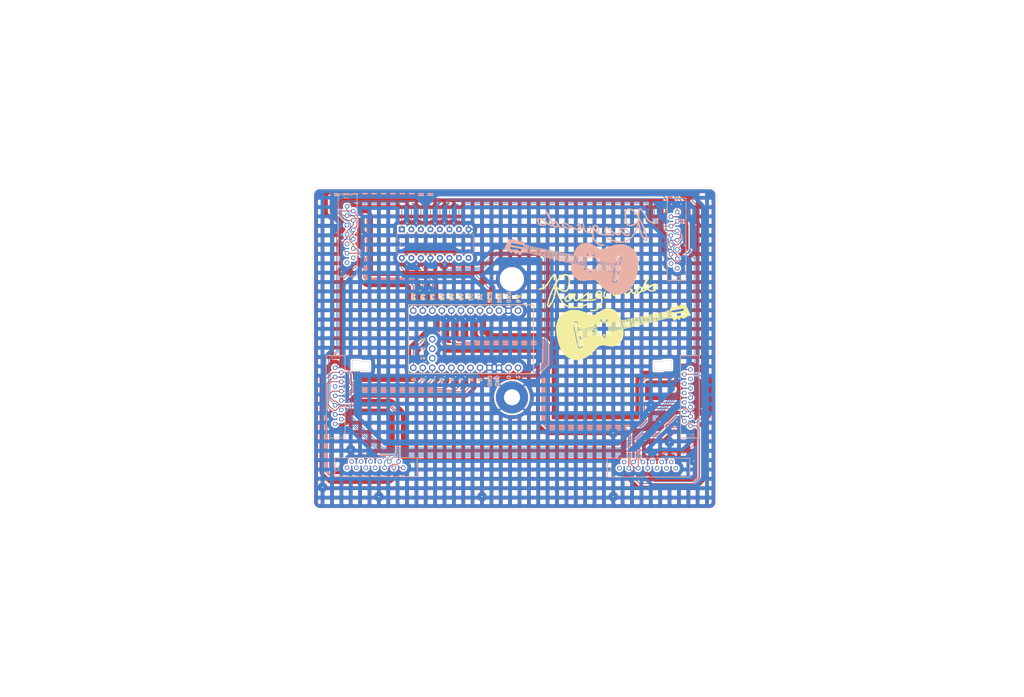
<source format=kicad_pcb>
(kicad_pcb (version 20241229) (generator "pcbnew") (generator_version "9.0")
  (layers (0 "F.Cu" signal) (2 "B.Cu" signal) (13 "F.Paste" user) (15 "B.Paste" user) (5 "F.SilkS" user "F.Silkscreen") (7 "B.SilkS" user "B.Silkscreen") (1 "F.Mask" user) (3 "B.Mask" user) (25 "Edge.Cuts" user))
  (net 0 "")
  (net 1 "/COL_0")
  (net 2 "/ROW_13")
  (net 3 "/ROW_14")
  (net 4 "/COL_2")
  (net 5 "/COL_1")
  (net 6 "/ROW_12")
  (net 7 "/ROW_5")
  (net 8 "/ROW_3")
  (net 9 "/COL_3")
  (net 10 "/COL_4")
  (net 11 "/ROW_4")
  (net 12 "/ROW_1")
  (net 13 "/ROW_0")
  (net 14 "/ROW_2")
  (net 16 "/COL_6")
  (net 17 "/COL_5")
  (net 18 "/ROW_6")
  (net 19 "/ROW_9")
  (net 20 "/ROW_8")
  (net 21 "/ROW_11")
  (net 22 "/ROW_10")
  (net 23 "/ROW_7")
  (net 29 "GND")
  (net 31 "/MOSI")
  (net 33 "/3V3")
  (net 34 "/LATCH")
  (net 38 "/SCLK")
  (footprint "MountingHole:MountingHole_4.3mm_M4_Pad" (layer "F.Cu") (at 148.5011 118.0036)
    (property "Reference" "H1" (hide yes))
    (property "Value" "Mounting Pad")
  )
  (footprint "Rasgueado_Lib:Logo_Larger" (layer "F.Cu") (at 176 96.5)
    (property "Reference" "G***" (hide yes))
    (property "Value" "LOGO" (hide yes))
  )
  (footprint "MountingHole:MountingHole_6mm" (layer "F.Cu") (at 148.463 86.487)
    (property "Reference" "H2" (hide yes))
    (property "Value" "Mounting Hole")
  )
  (footprint "Rasgueado_Lib:39-53-2135" (layer "B.Cu") (at 112.014 136.779)
    (property "Reference" "J3" (hide yes))
    (property "Value" "Bottom_Left")
  )
  (footprint "Rasgueado_Lib:39-53-2135" (layer "B.Cu") (at 196.088 118.11 90)
    (property "Reference" "J5" (hide yes))
    (property "Value" "Main_Right")
  )
  (footprint "Rasgueado_Lib:39-53-2135" (layer "B.Cu") (at 101.346 117.602 -90)
    (property "Reference" "J2" (hide yes))
    (property "Value" "Main_Left")
  )
  (footprint "Rasgueado_Lib:39-53-2135" (layer "B.Cu") (at 192.532 76.073 90)
    (property "Reference" "J4" (hide yes))
    (property "Value" "Top_Right")
  )
  (footprint "Rasgueado_Lib:Logo_Larger" (layer "B.Cu") (at 166.5 79 180)
    (property "Reference" "G***" (hide yes))
    (property "Value" "LOGO" (hide yes))
  )
  (footprint "Package_DIP:DIP-16_W7.62mm" (layer "B.Cu") (at 119.125 73.2 -90)
    (property "Reference" "U2" (hide yes))
    (property "Value" "Shift Register")
  )
  (footprint "Rasgueado_Lib:39-53-2135" (layer "B.Cu") (at 184.658 136.906)
    (property "Reference" "J6" (hide yes))
    (property "Value" "Bottom_Right")
  )
  (footprint "ScottoKeebs_MCU:Nice_Nano_V2" (layer "B.Cu") (at 136.43 102.5 90)
    (property "Reference" "U1" (hide yes))
    (property "Value" "Nice_Nano_V2" (hide yes))
  )
  (footprint "Rasgueado_Lib:39-53-2135" (layer "B.Cu") (at 104.521 74.549 -90)
    (property "Reference" "J1" (hide yes))
    (property "Value" "Top_Left")
  )
  (gr_arc (start 95.25 64.0036) (mid 95.835786 62.589386) (end 97.25 62.0036) (stroke (width 0.05)) (layer "Edge.Cuts"))
  (gr_line (start 108.331 110.871) (end 108.077 110.617) (stroke (width 0.1)) (layer "Edge.Cuts"))
  (gr_line (start 191.008 110.617) (end 188.849 110.617) (stroke (width 0.1)) (layer "Edge.Cuts"))
  (gr_line (start 110.49 110.871) (end 110.49 108.458) (stroke (width 0.1)) (layer "Edge.Cuts"))
  (gr_line (start 108.077 108.204) (end 105.918 108.204) (stroke (width 0.1)) (layer "Edge.Cuts"))
  (gr_line (start 95.25 64.0036) (end 95.25 146.0036) (stroke (width 0.05)) (layer "Edge.Cuts"))
  (gr_line (start 97.25 148.0036) (end 201.2 148.0036) (stroke (width 0.05)) (layer "Edge.Cuts"))
  (gr_line (start 110.49 110.871) (end 108.331 110.871) (stroke (width 0.1)) (layer "Edge.Cuts"))
  (gr_line (start 203.2 64.0036) (end 203.2 146.0036) (stroke (width 0.05)) (layer "Edge.Cuts"))
  (gr_line (start 191.008 108.204) (end 188.849 108.204) (stroke (width 0.1)) (layer "Edge.Cuts"))
  (gr_line (start 188.595 110.871) (end 186.436 110.871) (stroke (width 0.1)) (layer "Edge.Cuts"))
  (gr_arc (start 201.2 62.0036) (mid 202.614214 62.589386) (end 203.2 64.0036) (stroke (width 0.05)) (layer "Edge.Cuts"))
  (gr_line (start 97.25 62.0036) (end 201.2 62.0036) (stroke (width 0.05)) (layer "Edge.Cuts"))
  (gr_line (start 108.077 110.617) (end 105.918 110.617) (stroke (width 0.1)) (layer "Edge.Cuts"))
  (gr_arc (start 97.25 148.0036) (mid 95.835786 147.417814) (end 95.25 146.0036) (stroke (width 0.05)) (layer "Edge.Cuts"))
  (gr_line (start 105.918 110.617) (end 105.918 108.204) (stroke (width 0.1)) (layer "Edge.Cuts"))
  (gr_line (start 110.49 108.458) (end 108.331 108.458) (stroke (width 0.1)) (layer "Edge.Cuts"))
  (gr_line (start 108.331 108.458) (end 108.077 108.204) (stroke (width 0.1)) (layer "Edge.Cuts"))
  (gr_line (start 188.849 110.617) (end 188.595 110.871) (stroke (width 0.1)) (layer "Edge.Cuts"))
  (gr_arc (start 203.2 146.0036) (mid 202.614214 147.417814) (end 201.2 148.0036) (stroke (width 0.05)) (layer "Edge.Cuts"))
  (gr_line (start 191.008 110.617) (end 191.008 108.204) (stroke (width 0.1)) (layer "Edge.Cuts"))
  (gr_line (start 188.849 108.204) (end 188.595 108.458) (stroke (width 0.1)) (layer "Edge.Cuts"))
  (gr_line (start 186.436 110.871) (end 186.436 108.458) (stroke (width 0.1)) (layer "Edge.Cuts"))
  (gr_line (start 188.595 108.458) (end 186.436 108.458) (stroke (width 0.1)) (layer "Edge.Cuts"))
  (segment (start 101.346 110.102) (end 104.102 110.102) (width 0.2) (layer "B.Cu") (net 1))
  (segment (start 104.951 67.049) (end 105.6 66.4) (width 0.2) (layer "B.Cu") (net 1))
  (segment (start 104.102 110.102) (end 105.669472 111.669472) (width 0.2) (layer "B.Cu") (net 1))
  (segment (start 193.14 114.36) (end 194.438 114.36) (width 0.2) (layer "B.Cu") (net 1))
  (segment (start 119.125 67.125) (end 119.125 73.2) (width 0.2) (layer "B.Cu") (net 1))
  (segment (start 102.546 108.902) (end 101.346 110.102) (width 0.2) (layer "B.Cu") (net 1))
  (segment (start 105.6 66.4) (end 118.4 66.4) (width 0.2) (layer "B.Cu") (net 1))
  (segment (start 118.4 66.4) (end 119.125 67.125) (width 0.2) (layer "B.Cu") (net 1))
  (segment (start 107 69.5) (end 107.5 70) (width 0.2) (layer "B.Cu") (net 1))
  (segment (start 105.669472 123.0381) (end 114.131372 131.5) (width 0.2) (layer "B.Cu") (net 1))
  (segment (start 105.744793 69.5) (end 107 69.5) (width 0.2) (layer "B.Cu") (net 1))
  (segment (start 104.521 67.049) (end 104.951 67.049) (width 0.2) (layer "B.Cu") (net 1))
  (segment (start 102.546 87.454) (end 102.546 108.902) (width 0.2) (layer "B.Cu") (net 1))
  (segment (start 177.302942 131.5) (end 192.5 116.302942) (width 0.2) (layer "B.Cu") (net 1))
  (segment (start 105.669472 111.669472) (end 105.669472 123.0381) (width 0.2) (layer "B.Cu") (net 1))
  (segment (start 104.521 67.049) (end 104.521 68.276207) (width 0.2) (layer "B.Cu") (net 1))
  (segment (start 107.5 70) (end 107.5 82.5) (width 0.2) (layer "B.Cu") (net 1))
  (segment (start 192.5 115) (end 193.14 114.36) (width 0.2) (layer "B.Cu") (net 1))
  (segment (start 194.438 114.364942) (end 194.438 114.36) (width 0.2) (layer "B.Cu") (net 1))
  (segment (start 104.521 68.276207) (end 105.744793 69.5) (width 0.2) (layer "B.Cu") (net 1))
  (segment (start 107.5 82.5) (end 102.546 87.454) (width 0.2) (layer "B.Cu") (net 1))
  (segment (start 192.5 116.302942) (end 192.5 115) (width 0.2) (layer "B.Cu") (net 1))
  (segment (start 114.131372 131.5) (end 177.302942 131.5) (width 0.2) (layer "B.Cu") (net 1))
  (segment (start 192.532 65.032) (end 192.532 68.573) (width 0.2) (layer "F.Cu") (net 2))
  (segment (start 191.4 63.9) (end 192.532 65.032) (width 0.2) (layer "F.Cu") (net 2))
  (segment (start 108 79.434315) (end 109.4 80.834314) (width 0.2) (layer "F.Cu") (net 2))
  (segment (start 103.549 69.549) (end 102.699 68.699) (width 0.2) (layer "F.Cu") (net 2))
  (segment (start 102.699 68.699) (end 100.764686 68.699) (width 0.2) (layer "F.Cu") (net 2))
  (segment (start 105.271 76.271) (end 106.171 77.171) (width 0.2) (layer "F.Cu") (net 2))
  (segment (start 123.6 86.6) (end 124.72 87.72) (width 0.2) (layer "F.Cu") (net 2))
  (segment (start 109.4 85.834314) (end 110.165686 86.6) (width 0.2) (layer "F.Cu") (net 2))
  (segment (start 106.171 77.171) (end 106.171 78.299) (width 0.2) (layer "F.Cu") (net 2))
  (segment (start 190.882 77.323) (end 190.882 78.550207) (width 0.2) (layer "F.Cu") (net 2))
  (segment (start 190.882 78.550207) (end 192.532 80.200207) (width 0.2) (layer "F.Cu") (net 2))
  (segment (start 100.764686 68.699) (end 100.4 68.334314) (width 0.2) (layer "F.Cu") (net 2))
  (segment (start 107.714686 79.149) (end 108 79.434315) (width 0.2) (layer "F.Cu") (net 2))
  (segment (start 192.532 80.200207) (end 192.532 81.073) (width 0.2) (layer "F.Cu") (net 2))
  (segment (start 107.714685 79.149) (end 107.714686 79.149) (width 0.2) (layer "F.Cu") (net 2))
  (segment (start 104.521 69.549) (end 106.193793 69.549) (width 0.2) (layer "F.Cu") (net 2))
  (segment (start 192.532 68.573) (end 193.9 69.941) (width 0.2) (layer "F.Cu") (net 2))
  (segment (start 100.4 68.334314) (end 100.4 64.665686) (width 0.2) (layer "F.Cu") (net 2))
  (segment (start 106.171 74.171793) (end 105.271 75.071793) (width 0.2) (layer "F.Cu") (net 2))
  (segment (start 124.72 87.72) (end 124.72 94.88) (width 0.2) (layer "F.Cu") (net 2))
  (segment (start 109.4 80.834314) (end 109.4 85.834314) (width 0.2) (layer "F.Cu") (net 2))
  (segment (start 106.864685 78.299) (end 107.714685 79.149) (width 0.2) (layer "F.Cu") (net 2))
  (segment (start 106.171 78.299) (end 106.864685 78.299) (width 0.2) (layer "F.Cu") (net 2))
  (segment (start 101.165686 63.9) (end 191.4 63.9) (width 0.2) (layer "F.Cu") (net 2))
  (segment (start 193.9 76.1) (end 192.677 77.323) (width 0.2) (layer "F.Cu") (net 2))
  (segment (start 193.9 69.941) (end 193.9 76.1) (width 0.2) (layer "F.Cu") (net 2))
  (segment (start 100.4 64.665686) (end 101.165686 63.9) (width 0.2) (layer "F.Cu") (net 2))
  (segment (start 107.071 72.399) (end 106.171 73.299) (width 0.2) (layer "F.Cu") (net 2))
  (segment (start 107.071 70.426207) (end 107.071 72.399) (width 0.2) (layer "F.Cu") (net 2))
  (segment (start 192.677 77.323) (end 190.882 77.323) (width 0.2) (layer "F.Cu") (net 2))
  (segment (start 106.193793 69.549) (end 107.071 70.426207) (width 0.2) (layer "F.Cu") (net 2))
  (segment (start 106.193793 69.549) (end 103.549 69.549) (width 0.2) (layer "F.Cu") (net 2))
  (segment (start 105.271 75.071793) (end 105.271 76.271) (width 0.2) (layer "F.Cu") (net 2))
  (segment (start 110.165686 86.6) (end 123.6 86.6) (width 0.2) (layer "F.Cu") (net 2))
  (segment (start 106.171 73.299) (end 106.171 74.171793) (width 0.2) (layer "F.Cu") (net 2))
  (segment (start 107.549 79.549) (end 109 81) (width 0.2) (layer "F.Cu") (net 3))
  (segment (start 103.5 76.5) (end 103.5 78.528) (width 0.2) (layer "F.Cu") (net 3))
  (segment (start 104.521 73.676207) (end 104.521 74.549) (width 0.2) (layer "F.Cu") (net 3))
  (segment (start 191.565686 63.5) (end 196 67.934314) (width 0.2) (layer "F.Cu") (net 3))
  (segment (start 100 64.5) (end 101 63.5) (width 0.2) (layer "F.Cu") (net 3))
  (segment (start 104.521 79.549) (end 107.549 79.549) (width 0.2) (layer "F.Cu") (net 3))
  (segment (start 101 63.5) (end 191.565686 63.5) (width 0.2) (layer "F.Cu") (net 3))
  (segment (start 189.982 76.950207) (end 189.982 78.923) (width 0.2) (layer "F.Cu") (net 3))
  (segment (start 100.599 69.099) (end 100 68.5) (width 0.2) (layer "F.Cu") (net 3))
  (segment (start 109 86) (end 110 87) (width 0.2) (layer "F.Cu") (net 3))
  (segment (start 106.171 72.026207) (end 104.521 73.676207) (width 0.2) (layer "F.Cu") (net 3))
  (segment (start 109 81) (end 109 86) (width 0.2) (layer "F.Cu") (net 3))
  (segment (start 190.859207 76.073) (end 189.982 76.950207) (width 0.2) (layer "F.Cu") (net 3))
  (segment (start 192.159207 81.973) (end 190.882 80.695793) (width 0.2) (layer "F.Cu") (net 3))
  (segment (start 106.171 70.799) (end 104.233314 70.799) (width 0.2) (layer "F.Cu") (net 3))
  (segment (start 106.171 70.799) (end 106.171 72.026207) (width 0.2) (layer "F.Cu") (net 3))
  (segment (start 192.904793 81.973) (end 192.159207 81.973) (width 0.2) (layer "F.Cu") (net 3))
  (segment (start 196 67.934314) (end 196 78.877793) (width 0.2) (layer "F.Cu") (net 3))
  (segment (start 110 87) (end 121 87) (width 0.2) (layer "F.Cu") (net 3))
  (segment (start 196 78.877793) (end 192.904793 81.973) (width 0.2) (layer "F.Cu") (net 3))
  (segment (start 193.5 75.105) (end 192.532 76.073) (width 0.2) (layer "F.Cu") (net 3))
  (segment (start 122.18 88.18) (end 122.18 94.88) (width 0.2) (layer "F.Cu") (net 3))
  (segment (start 190.882 80.695793) (end 190.882 79.823) (width 0.2) (layer "F.Cu") (net 3))
  (segment (start 193.5 70.768207) (end 193.5 75.105) (width 0.2) (layer "F.Cu") (net 3))
  (segment (start 103.5 78.528) (end 104.521 79.549) (width 0.2) (layer "F.Cu") (net 3))
  (segment (start 102.533314 69.099) (end 100.599 69.099) (width 0.2) (layer "F.Cu") (net 3))
  (segment (start 192.554793 69.823) (end 193.5 70.768207) (width 0.2) (layer "F.Cu") (net 3))
  (segment (start 104.521 75.479) (end 103.5 76.5) (width 0.2) (layer "F.Cu") (net 3))
  (segment (start 190.882 69.823) (end 192.554793 69.823) (width 0.2) (layer "F.Cu") (net 3))
  (segment (start 100 68.5) (end 100 64.5) (width 0.2) (layer "F.Cu") (net 3))
  (segment (start 104.233314 70.799) (end 102.533314 69.099) (width 0.2) (layer "F.Cu") (net 3))
  (segment (start 192.532 76.073) (end 190.859207 76.073) (width 0.2) (layer "F.Cu") (net 3))
  (segment (start 189.982 78.923) (end 190.882 79.823) (width 0.2) (layer "F.Cu") (net 3))
  (segment (start 121 87) (end 122.18 88.18) (width 0.2) (layer "F.Cu") (net 3))
  (segment (start 104.521 74.549) (end 104.521 75.479) (width 0.2) (layer "F.Cu") (net 3))
  (segment (start 101.346 122.602) (end 104.102 122.602) (width 0.2) (layer "B.Cu") (net 4))
  (segment (start 104.102 122.602) (end 113.8 132.3) (width 0.2) (layer "B.Cu") (net 4))
  (segment (start 101.746 74.824) (end 101.746 105.688314) (width 0.2) (layer "B.Cu") (net 4))
  (segment (start 103.334314 65.6) (end 122.6 65.6) (width 0.2) (layer "B.Cu") (net 4))
  (segment (start 104.483314 72.049) (end 102.6 70.165686) (width 0.2) (layer "B.Cu") (net 4))
  (segment (start 113.8 132.3) (end 177.634314 132.3) (width 0.2) (layer "B.Cu") (net 4))
  (segment (start 177.634314 132.3) (end 193.074314 116.86) (width 0.2) (layer "B.Cu") (net 4))
  (segment (start 193.074314 116.86) (end 194.438 116.86) (width 0.2) (layer "B.Cu") (net 4))
  (segment (start 99.6 107.834314) (end 99.6 120.856) (width 0.2) (layer "B.Cu") (net 4))
  (segment (start 124.205 67.205) (end 124.205 73.2) (width 0.2) (layer "B.Cu") (net 4))
  (segment (start 104.521 72.049) (end 104.483314 72.049) (width 0.2) (layer "B.Cu") (net 4))
  (segment (start 102.6 70.165686) (end 102.6 66.334314) (width 0.2) (layer "B.Cu") (net 4))
  (segment (start 104.521 72.049) (end 101.746 74.824) (width 0.2) (layer "B.Cu") (net 4))
  (segment (start 102.6 66.334314) (end 103.334314 65.6) (width 0.2) (layer "B.Cu") (net 4))
  (segment (start 99.6 120.856) (end 101.346 122.602) (width 0.2) (layer "B.Cu") (net 4))
  (segment (start 101.746 105.688314) (end 99.6 107.834314) (width 0.2) (layer "B.Cu") (net 4))
  (segment (start 122.6 65.6) (end 124.205 67.205) (width 0.2) (layer "B.Cu") (net 4))
  (segment (start 103.5 70.5) (end 103 70) (width 0.2) (layer "B.Cu") (net 5))
  (segment (start 102.701 75.799) (end 102.146 76.354) (width 0.2) (layer "B.Cu") (net 5))
  (segment (start 104.244793 70.5) (end 103.5 70.5) (width 0.2) (layer "B.Cu") (net 5))
  (segment (start 102.146 105.854) (end 100 108) (width 0.2) (layer "B.Cu") (net 5))
  (segment (start 103.5 66) (end 120.5 66) (width 0.2) (layer "B.Cu") (net 5))
  (segment (start 105.5 72.5) (end 105.5 71.755207) (width 0.2) (layer "B.Cu") (net 5))
  (segment (start 104.602 120.102) (end 105.269472 120.769472) (width 0.2) (layer "B.Cu") (net 5))
  (segment (start 113.965686 131.9) (end 177.468628 131.9) (width 0.2) (layer "B.Cu") (net 5))
  (segment (start 106.171 75.799) (end 106.171 74.571793) (width 0.2) (layer "B.Cu") (net 5))
  (segment (start 105.269472 120.769472) (end 105.269472 123.203786) (width 0.2) (layer "B.Cu") (net 5))
  (segment (start 100 108) (end 100 118.756) (width 0.2) (layer "B.Cu") (net 5))
  (segment (start 102.146 76.354) (end 102.146 105.854) (width 0.2) (layer "B.Cu") (net 5))
  (segment (start 100 118.756) (end 101.346 120.102) (width 0.2) (layer "B.Cu") (net 5))
  (segment (start 120.5 66) (end 121.665 67.165) (width 0.2) (layer "B.Cu") (net 5))
  (segment (start 105.269472 123.203786) (end 113.965686 131.9) (width 0.2) (layer "B.Cu") (net 5))
  (segment (start 105.5 71.755207) (end 104.244793 70.5) (width 0.2) (layer "B.Cu") (net 5))
  (segment (start 106.171 75.799) (end 102.701 75.799) (width 0.2) (layer "B.Cu") (net 5))
  (segment (start 105.271 73.671793) (end 105.271 72.729) (width 0.2) (layer "B.Cu") (net 5))
  (segment (start 103 66.5) (end 103.5 66) (width 0.2) (layer "B.Cu") (net 5))
  (segment (start 177.468628 131.9) (end 193.758628 115.61) (width 0.2) (layer "B.Cu") (net 5))
  (segment (start 103 70) (end 103 66.5) (width 0.2) (layer "B.Cu") (net 5))
  (segment (start 106.171 74.571793) (end 105.271 73.671793) (width 0.2) (layer "B.Cu") (net 5))
  (segment (start 105.271 72.729) (end 105.5 72.5) (width 0.2) (layer "B.Cu") (net 5))
  (segment (start 193.758628 115.61) (end 196.088 115.61) (width 0.2) (layer "B.Cu") (net 5))
  (segment (start 101.346 120.102) (end 104.602 120.102) (width 0.2) (layer "B.Cu") (net 5))
  (segment (start 121.665 67.165) (end 121.665 73.2) (width 0.2) (layer "B.Cu") (net 5))
  (segment (start 189.5 73) (end 190.073 73.573) (width 0.2) (layer "F.Cu") (net 6))
  (segment (start 110.331372 86.2) (end 126.2 86.2) (width 0.2) (layer "F.Cu") (net 6))
  (segment (start 106.171 68.299) (end 107.372 69.5) (width 0.2) (layer "F.Cu") (net 6))
  (segment (start 188.8 64.3) (end 189.5 65) (width 0.2) (layer "F.Cu") (net 6))
  (segment (start 109.815686 85.684314) (end 110.331372 86.2) (width 0.2) (layer "F.Cu") (net 6))
  (segment (start 106.171 68.299) (end 100.930372 68.299) (width 0.2) (layer "F.Cu") (net 6))
  (segment (start 126.2 86.2) (end 127.26 87.26) (width 0.2) (layer "F.Cu") (net 6))
  (segment (start 109.815686 69.815686) (end 109.815686 85.684314) (width 0.2) (layer "F.Cu") (net 6))
  (segment (start 107.372 69.5) (end 109.5 69.5) (width 0.2) (layer "F.Cu") (net 6))
  (segment (start 127.26 87.26) (end 127.26 94.88) (width 0.2) (layer "F.Cu") (net 6))
  (segment (start 100.8 64.831372) (end 101.331372 64.3) (width 0.2) (layer "F.Cu") (net 6))
  (segment (start 109.5 69.5) (end 109.815686 69.815686) (width 0.2) (layer "F.Cu") (net 6))
  (segment (start 189.5 65) (end 189.5 73) (width 0.2) (layer "F.Cu") (net 6))
  (segment (start 100.8 68.168628) (end 100.8 64.831372) (width 0.2) (layer "F.Cu") (net 6))
  (segment (start 101.331372 64.3) (end 188.8 64.3) (width 0.2) (layer "F.Cu") (net 6))
  (segment (start 100.930372 68.299) (end 100.8 68.168628) (width 0.2) (layer "F.Cu") (net 6))
  (segment (start 190.073 73.573) (end 192.532 73.573) (width 0.2) (layer "F.Cu") (net 6))
  (segment (start 123.5 114.5) (end 106.5 114.5) (width 0.2) (layer "F.Cu") (net 7))
  (segment (start 124.72 110.12) (end 124.72 113.28) (width 0.2) (layer "F.Cu") (net 7))
  (segment (start 102.996 111.352) (end 100.648 111.352) (width 0.2) (layer "F.Cu") (net 7))
  (segment (start 124.72 113.28) (end 123.5 114.5) (width 0.2) (layer "F.Cu") (net 7))
  (segment (start 100.648 111.352) (end 98.8 113.2) (width 0.2) (layer "F.Cu") (net 7))
  (segment (start 98.8 137.8) (end 100.5 139.5) (width 0.2) (layer "F.Cu") (net 7))
  (segment (start 105.5 112) (end 104.852 111.352) (width 0.2) (layer "F.Cu") (net 7))
  (segment (start 117.014 137.986) (end 117.014 136.779) (width 0.2) (layer "F.Cu") (net 7))
  (segment (start 98.8 113.2) (end 98.8 137.8) (width 0.2) (layer "F.Cu") (net 7))
  (segment (start 106.5 114.5) (end 105.5 113.5) (width 0.2) (layer "F.Cu") (net 7))
  (segment (start 100.5 139.5) (end 115.5 139.5) (width 0.2) (layer "F.Cu") (net 7))
  (segment (start 104.852 111.352) (end 102.996 111.352) (width 0.2) (layer "F.Cu") (net 7))
  (segment (start 105.5 113.5) (end 105.5 112) (width 0.2) (layer "F.Cu") (net 7))
  (segment (start 115.5 139.5) (end 117.014 137.986) (width 0.2) (layer "F.Cu") (net 7))
  (segment (start 102.996 113.852) (end 100.148 113.852) (width 0.2) (layer "F.Cu") (net 8))
  (segment (start 102.616793 120.4) (end 115.834314 120.4) (width 0.2) (layer "F.Cu") (net 8))
  (segment (start 117.864 122.429686) (end 117.864 133.136) (width 0.2) (layer "F.Cu") (net 8))
  (segment (start 106.168628 115.3) (end 128.2 115.3) (width 0.2) (layer "F.Cu") (net 8))
  (segment (start 100.148 113.852) (end 99.6 114.4) (width 0.2) (layer "F.Cu") (net 8))
  (segment (start 111.5 133.5) (end 110.764 134.236) (width 0.2) (layer "F.Cu") (net 8))
  (segment (start 128.2 115.3) (end 129.8 113.7) (width 0.2) (layer "F.Cu") (net 8))
  (segment (start 101 121.5) (end 101.516793 121.5) (width 0.2) (layer "F.Cu") (net 8))
  (segment (start 110.764 134.236) (end 110.764 135.129) (width 0.2) (layer "F.Cu") (net 8))
  (segment (start 99.6 120.1) (end 101 121.5) (width 0.2) (layer "F.Cu") (net 8))
  (segment (start 115.834314 120.4) (end 117.864 122.429686) (width 0.2) (layer "F.Cu") (net 8))
  (segment (start 102.996 113.852) (end 104.720628 113.852) (width 0.2) (layer "F.Cu") (net 8))
  (segment (start 129.8 113.7) (end 129.8 110.12) (width 0.2) (layer "F.Cu") (net 8))
  (segment (start 101.516793 121.5) (end 102.616793 120.4) (width 0.2) (layer "F.Cu") (net 8))
  (segment (start 117.864 133.136) (end 117.5 133.5) (width 0.2) (layer "F.Cu") (net 8))
  (segment (start 117.5 133.5) (end 111.5 133.5) (width 0.2) (layer "F.Cu") (net 8))
  (segment (start 104.720628 113.852) (end 106.168628 115.3) (width 0.2) (layer "F.Cu") (net 8))
  (segment (start 99.6 114.4) (end 99.6 120.1) (width 0.2) (layer "F.Cu") (net 8))
  (segment (start 191.632 77.868) (end 191.632 79.132) (width 0.2) (layer "B.Cu") (net 9))
  (segment (start 134.365 67.26) (end 134.365 73.2) (width 0.2) (layer "B.Cu") (net 9))
  (segment (start 197.1 117.098) (end 196.088 118.11) (width 0.2) (layer "B.Cu") (net 9))
  (segment (start 185.7 67.831372) (end 184.068628 66.2) (width 0.2) (layer "B.Cu") (net 9))
  (segment (start 192 79.5) (end 195.5 79.5) (width 0.2) (layer "B.Cu") (net 9))
  (segment (start 190.882 76.050207) (end 191.782 76.950207) (width 0.2) (layer "B.Cu") (net 9))
  (segment (start 197.1 81.1) (end 197.1 117.098) (width 0.2) (layer "B.Cu") (net 9))
  (segment (start 191.782 77.718) (end 191.632 77.868) (width 0.2) (layer "B.Cu") (net 9))
  (segment (start 191.782 76.950207) (end 191.782 77.718) (width 0.2) (layer "B.Cu") (net 9))
  (segment (start 104.786314 123.852) (end 113.634314 132.7) (width 0.2) (layer "B.Cu") (net 9))
  (segment (start 177.8 132.7) (end 192.39 118.11) (width 0.2) (layer "B.Cu") (net 9))
  (segment (start 102.996 123.852) (end 104.786314 123.852) (width 0.2) (layer "B.Cu") (net 9))
  (segment (start 192.39 118.11) (end 196.088 118.11) (width 0.2) (layer "B.Cu") (net 9))
  (segment (start 185.7 70.331372) (end 185.7 67.831372) (width 0.2) (layer "B.Cu") (net 9))
  (segment (start 191.632 79.132) (end 192 79.5) (width 0.2) (layer "B.Cu") (net 9))
  (segment (start 190.191628 74.823) (end 185.7 70.331372) (width 0.2) (layer "B.Cu") (net 9))
  (segment (start 190.882 74.823) (end 190.191628 74.823) (width 0.2) (layer "B.Cu") (net 9))
  (segment (start 184.068628 66.2) (end 135.425 66.2) (width 0.2) (layer "B.Cu") (net 9))
  (segment (start 135.425 66.2) (end 134.365 67.26) (width 0.2) (layer "B.Cu") (net 9))
  (segment (start 195.5 79.5) (end 197.1 81.1) (width 0.2) (layer "B.Cu") (net 9))
  (segment (start 113.634314 132.7) (end 177.8 132.7) (width 0.2) (layer "B.Cu") (net 9))
  (segment (start 190.882 74.823) (end 190.882 76.050207) (width 0.2) (layer "B.Cu") (net 9))
  (segment (start 192.532 78.573) (end 195.138686 78.573) (width 0.2) (layer "B.Cu") (net 10))
  (segment (start 113.468628 133.1) (end 181.9 133.1) (width 0.2) (layer "B.Cu") (net 10))
  (segment (start 193.5 77.605) (end 192.532 78.573) (width 0.2) (layer "B.Cu") (net 10))
  (segment (start 191 73.5) (end 191.973 74.473) (width 0.2) (layer "B.Cu") (net 10))
  (segment (start 181.9 133.1) (end 193.14 121.86) (width 0.2) (layer "B.Cu") (net 10))
  (segment (start 196.14 121.86) (end 194.438 121.86) (width 0.2) (layer "B.Cu") (net 10))
  (segment (start 193.14 121.86) (end 194.438 121.86) (width 0.2) (layer "B.Cu") (net 10))
  (segment (start 184.234314 65.8) (end 186.1 67.665686) (width 0.2) (layer "B.Cu") (net 10))
  (segment (start 186.1 70.165686) (end 189.434314 73.5) (width 0.2) (layer "B.Cu") (net 10))
  (segment (start 197.5 80.934314) (end 197.5 120.5) (width 0.2) (layer "B.Cu") (net 10))
  (segment (start 186.1 67.665686) (end 186.1 70.165686) (width 0.2) (layer "B.Cu") (net 10))
  (segment (start 195.138686 78.573) (end 197.5 80.934314) (width 0.2) (layer "B.Cu") (net 10))
  (segment (start 131.825 67.175) (end 133.2 65.8) (width 0.2) (layer "B.Cu") (net 10))
  (segment (start 193.5 75) (end 193.5 77.605) (width 0.2) (layer "B.Cu") (net 10))
  (segment (start 131.825 73.2) (end 131.825 67.175) (width 0.2) (layer "B.Cu") (net 10))
  (segment (start 105.470628 125.102) (end 113.468628 133.1) (width 0.2) (layer "B.Cu") (net 10))
  (segment (start 197.5 120.5) (end 196.14 121.86) (width 0.2) (layer "B.Cu") (net 10))
  (segment (start 191.973 74.473) (end 192.973 74.473) (width 0.2) (layer "B.Cu") (net 10))
  (segment (start 189.434314 73.5) (end 191 73.5) (width 0.2) (layer "B.Cu") (net 10))
  (segment (start 192.973 74.473) (end 193.5 75) (width 0.2) (layer "B.Cu") (net 10))
  (segment (start 133.2 65.8) (end 184.234314 65.8) (width 0.2) (layer "B.Cu") (net 10))
  (segment (start 101.346 125.102) (end 105.470628 125.102) (width 0.2) (layer "B.Cu") (net 10))
  (segment (start 117.741207 135.879) (end 118.641207 136.779) (width 0.2) (layer "F.Cu") (net 11))
  (segment (start 125.6 114.9) (end 127.26 113.24) (width 0.2) (layer "F.Cu") (net 11))
  (segment (start 105.1 113) (end 105.1 113.665686) (width 0.2) (layer "F.Cu") (net 11))
  (segment (start 105.1 113.665686) (end 106.334314 114.9) (width 0.2) (layer "F.Cu") (net 11))
  (segment (start 127.26 113.24) (end 127.26 110.12) (width 0.2) (layer "F.Cu") (net 11))
  (segment (start 100.832314 112.602) (end 99.2 114.234314) (width 0.2) (layer "F.Cu") (net 11))
  (segment (start 101.346 112.602) (end 104.702 112.602) (width 0.2) (layer "F.Cu") (net 11))
  (segment (start 115.5 138.934314) (end 115.5 137.020207) (width 0.2) (layer "F.Cu") (net 11))
  (segment (start 100.665686 139.1) (end 115.334314 139.1) (width 0.2) (layer "F.Cu") (net 11))
  (segment (start 106.334314 114.9) (end 125.6 114.9) (width 0.2) (layer "F.Cu") (net 11))
  (segment (start 99.2 137.634314) (end 100.665686 139.1) (width 0.2) (layer "F.Cu") (net 11))
  (segment (start 104.702 112.602) (end 105.1 113) (width 0.2) (layer "F.Cu") (net 11))
  (segment (start 118.641207 136.779) (end 119.514 136.779) (width 0.2) (layer "F.Cu") (net 11))
  (segment (start 115.334314 139.1) (end 115.5 138.934314) (width 0.2) (layer "F.Cu") (net 11))
  (segment (start 99.2 114.234314) (end 99.2 137.634314) (width 0.2) (layer "F.Cu") (net 11))
  (segment (start 115.5 137.020207) (end 116.641207 135.879) (width 0.2) (layer "F.Cu") (net 11))
  (segment (start 101.346 112.602) (end 100.832314 112.602) (width 0.2) (layer "F.Cu") (net 11))
  (segment (start 116.641207 135.879) (end 117.741207 135.879) (width 0.2) (layer "F.Cu") (net 11))
  (segment (start 133.4 116.1) (end 134.88 114.62) (width 0.2) (layer "F.Cu") (net 12))
  (segment (start 101.346 117.602) (end 104.463685 117.602) (width 0.2) (layer "F.Cu") (net 12))
  (segment (start 134.88 114.62) (end 134.88 110.12) (width 0.2) (layer "F.Cu") (net 12))
  (segment (start 104.463685 117.602) (end 105.965685 116.1) (width 0.2) (layer "F.Cu") (net 12))
  (segment (start 105.965685 116.1) (end 133.4 116.1) (width 0.2) (layer "F.Cu") (net 12))
  (segment (start 104.629371 118.002) (end 105 117.63137) (width 0.2) (layer "F.Cu") (net 13))
  (segment (start 137.42 115.08) (end 137.42 110.12) (width 0.2) (layer "F.Cu") (net 13))
  (segment (start 103.77937 118.852) (end 104.62937 118.002) (width 0.2) (layer "F.Cu") (net 13))
  (segment (start 105 117.63137) (end 106.13137 116.5) (width 0.2) (layer "F.Cu") (net 13))
  (segment (start 106.13137 116.5) (end 136 116.5) (width 0.2) (layer "F.Cu") (net 13))
  (segment (start 136 116.5) (end 137.42 115.08) (width 0.2) (layer "F.Cu") (net 13))
  (segment (start 102.996 118.852) (end 103.77937 118.852) (width 0.2) (layer "F.Cu") (net 13))
  (segment (start 104.62937 118.002) (end 104.629371 118.002) (width 0.2) (layer "F.Cu") (net 13))
  (segment (start 100 117) (end 100 118) (width 0.2) (layer "F.Cu") (net 14))
  (segment (start 101.516793 119) (end 102.516793 120) (width 0.2) (layer "F.Cu") (net 14))
  (segment (start 100 118) (end 101 119) (width 0.2) (layer "F.Cu") (net 14))
  (segment (start 116 120) (end 118.264 122.264) (width 0.2) (layer "F.Cu") (net 14))
  (segment (start 102.996 116.352) (end 100.648 116.352) (width 0.2) (layer "F.Cu") (net 14))
  (segment (start 130.8 115.7) (end 132.34 114.16) (width 0.2) (layer "F.Cu") (net 14))
  (segment (start 118.264 122.264) (end 118.264 135.129) (width 0.2) (layer "F.Cu") (net 14))
  (segment (start 102.516793 120) (end 116 120) (width 0.2) (layer "F.Cu") (net 14))
  (segment (start 105.148 116.352) (end 105.8 115.7) (width 0.2) (layer "F.Cu") (net 14))
  (segment (start 105.8 115.7) (end 130.8 115.7) (width 0.2) (layer "F.Cu") (net 14))
  (segment (start 102.996 116.352) (end 105.148 116.352) (width 0.2) (layer "F.Cu") (net 14))
  (segment (start 101 119) (end 101.516793 119) (width 0.2) (layer "F.Cu") (net 14))
  (segment (start 100.648 116.352) (end 100 117) (width 0.2) (layer "F.Cu") (net 14))
  (segment (start 132.34 114.16) (end 132.34 110.12) (width 0.2) (layer "F.Cu") (net 14))
  (segment (start 196 65) (end 198.3 67.3) (width 0.2) (layer "B.Cu") (net 16))
  (segment (start 198.3 139.2) (end 197 140.5) (width 0.2) (layer "B.Cu") (net 16))
  (segment (start 126.745 67.255) (end 129 65) (width 0.2) (layer "B.Cu") (net 16))
  (segment (start 126.745 73.2) (end 126.745 67.255) (width 0.2) (layer "B.Cu") (net 16))
  (segment (start 186.5 140.5) (end 184.658 138.658) (width 0.2) (layer "B.Cu") (net 16))
  (segment (start 129 65) (end 196 65) (width 0.2) (layer "B.Cu") (net 16))
  (segment (start 184.658 134.571686) (end 184.658 136.906) (width 0.2) (layer "B.Cu") (net 16))
  (segment (start 115.764 135.129) (end 116.993 133.9) (width 0.2) (layer "B.Cu") (net 16))
  (segment (start 116.993 133.9) (end 183.986314 133.9) (width 0.2) (layer "B.Cu") (net 16))
  (segment (start 197 140.5) (end 186.5 140.5) (width 0.2) (layer "B.Cu") (net 16))
  (segment (start 183.986314 133.9) (end 184.658 134.571686) (width 0.2) (layer "B.Cu") (net 16))
  (segment (start 184.658 138.658) (end 184.658 136.906) (width 0.2) (layer "B.Cu") (net 16))
  (segment (start 198.3 67.3) (end 198.3 139.2) (width 0.2) (layer "B.Cu") (net 16))
  (segment (start 192.532 71.073) (end 191.282 72.323) (width 0.2) (layer "F.Cu") (net 17))
  (segment (start 191.282 72.323) (end 190.882 72.323) (width 0.2) (layer "F.Cu") (net 17))
  (segment (start 185.908 135.256) (end 184.152 133.5) (width 0.2) (layer "B.Cu") (net 17))
  (segment (start 197.9 129.6) (end 194.5 133) (width 0.2) (layer "B.Cu") (net 17))
  (segment (start 116.120207 133.5) (end 114.514 135.106207) (width 0.2) (layer "B.Cu") (net 17))
  (segment (start 129.285 67.215) (end 131.1 65.4) (width 0.2) (layer "B.Cu") (net 17))
  (segment (start 129.285 73.2) (end 129.285 67.215) (width 0.2) (layer "B.Cu") (net 17))
  (segment (start 197.9 80.768628) (end 197.9 129.6) (width 0.2) (layer "B.Cu") (net 17))
  (segment (start 131.1 65.4) (end 184.4 65.4) (width 0.2) (layer "B.Cu") (net 17))
  (segment (start 185.908 135.256) (end 186 135.348) (width 0.2) (layer "B.Cu") (net 17))
  (segment (start 186.5 70) (end 188.823 72.323) (width 0.2) (layer "B.Cu") (net 17))
  (segment (start 192.532 71.073) (end 194.573 71.073) (width 0.2) (layer "B.Cu") (net 17))
  (segment (start 114.514 135.106207) (end 114.514 136.779) (width 0.2) (layer "B.Cu") (net 17))
  (segment (start 195.5 78.368628) (end 197.9 80.768628) (width 0.2) (layer "B.Cu") (net 17))
  (segment (start 184.152 133.5) (end 116.120207 133.5) (width 0.2) (layer "B.Cu") (net 17))
  (segment (start 195.5 72) (end 195.5 78.368628) (width 0.2) (layer "B.Cu") (net 17))
  (segment (start 186.5 67.5) (end 186.5 70) (width 0.2) (layer "B.Cu") (net 17))
  (segment (start 194.573 71.073) (end 195.5 72) (width 0.2) (layer "B.Cu") (net 17))
  (segment (start 184.4 65.4) (end 186.5 67.5) (width 0.2) (layer "B.Cu") (net 17))
  (segment (start 188.823 72.323) (end 190.882 72.323) (width 0.2) (layer "B.Cu") (net 17))
  (segment (start 188.164 133) (end 185.908 135.256) (width 0.2) (layer "B.Cu") (net 17))
  (segment (start 194.5 133) (end 188.164 133) (width 0.2) (layer "B.Cu") (net 17))
  (segment (start 198.5 139.5) (end 198.5 126.5) (width 0.2) (layer "F.Cu") (net 18))
  (segment (start 198.5 126.5) (end 197.61 125.61) (width 0.2) (layer "F.Cu") (net 18))
  (segment (start 128.5 101) (end 129.4 101.9) (width 0.2) (layer "F.Cu") (net 18))
  (segment (start 179.6 127.665686) (end 179.6 136.848) (width 0.2) (layer "F.Cu") (net 18))
  (segment (start 130.934314 104.5) (end 156.17157 104.5) (width 0.2) (layer "F.Cu") (net 18))
  (segment (start 197.61 125.61) (end 196.088 125.61) (width 0.2) (layer "F.Cu") (net 18))
  (segment (start 156.17157 104.5) (end 156.5 104.82843) (width 0.2) (layer "F.Cu") (net 18))
  (segment (start 156.5 124.82843) (end 158.17157 126.5) (width 0.2) (layer "F.Cu") (net 18))
  (segment (start 179.6 136.848) (end 179.658 136.906) (width 0.2) (layer "F.Cu") (net 18))
  (segment (start 129.4 101.9) (end 129.4 102.965686) (width 0.2) (layer "F.Cu") (net 18))
  (segment (start 129.4 102.965686) (end 130.934314 104.5) (width 0.2) (layer "F.Cu") (net 18))
  (segment (start 122.18 105.32) (end 126.5 101) (width 0.2) (layer "F.Cu") (net 18))
  (segment (start 197 141) (end 198.5 139.5) (width 0.2) (layer "F.Cu") (net 18))
  (segment (start 126.5 101) (end 128.5 101) (width 0.2) (layer "F.Cu") (net 18))
  (segment (start 181 139.5) (end 182.5 141) (width 0.2) (layer "F.Cu") (net 18))
  (segment (start 182.5 141) (end 197 141) (width 0.2) (layer "F.Cu") (net 18))
  (segment (start 179.658 136.906) (end 181 138.248) (width 0.2) (layer "F.Cu") (net 18))
  (segment (start 158.17157 126.5) (end 178.434314 126.5) (width 0.2) (layer "F.Cu") (net 18))
  (segment (start 156.5 104.82843) (end 156.5 124.82843) (width 0.2) (layer "F.Cu") (net 18))
  (segment (start 122.18 110.12) (end 122.18 105.32) (width 0.2) (layer "F.Cu") (net 18))
  (segment (start 178.434314 126.5) (end 179.6 127.665686) (width 0.2) (layer "F.Cu") (net 18))
  (segment (start 181 138.248) (end 181 139.5) (width 0.2) (layer "F.Cu") (net 18))
  (segment (start 183.4 124.165686) (end 182.665686 124.9) (width 0.2) (layer "F.Cu") (net 19))
  (segment (start 192.205686 111.86) (end 191.165686 112.9) (width 0.2) (layer "F.Cu") (net 19))
  (segment (start 198.36 111.86) (end 194.438 111.86) (width 0.2) (layer "F.Cu") (net 19))
  (segment (start 182.665686 124.9) (end 158.834314 124.9) (width 0.2) (layer "F.Cu") (net 19))
  (segment (start 137.42 101.42) (end 137.42 94.88) (width 0.2) (layer "F.Cu") (net 19))
  (segment (start 183.408 135.256) (end 182.558 134.406) (width 0.2) (layer "F.Cu") (net 19))
  (segment (start 191.165686 112.9) (end 184.165686 112.9) (width 0.2) (layer "F.Cu") (net 19))
  (segment (start 184.165686 112.9) (end 183.4 113.665686) (width 0.2) (layer "F.Cu") (net 19))
  (segment (start 158.1 104.165686) (end 156.834314 102.9) (width 0.2) (layer "F.Cu") (net 19))
  (segment (start 183.4 113.665686) (end 183.4 124.165686) (width 0.2) (layer "F.Cu") (net 19))
  (segment (start 156.834314 102.9) (end 138.9 102.9) (width 0.2) (layer "F.Cu") (net 19))
  (segment (start 194.438 111.86) (end 192.205686 111.86) (width 0.2) (layer "F.Cu") (net 19))
  (segment (start 190.4 126.665686) (end 190.4 126) (width 0.2) (layer "F.Cu") (net 19))
  (segment (start 194.425207 126) (end 195.715207 124.71) (width 0.2) (layer "F.Cu") (net 19))
  (segment (start 200 122.5) (end 200 113.5) (width 0.2) (layer "F.Cu") (net 19))
  (segment (start 197.79 124.71) (end 200 122.5) (width 0.2) (layer "F.Cu") (net 19))
  (segment (start 158.1 124.165686) (end 158.1 104.165686) (width 0.2) (layer "F.Cu") (net 19))
  (segment (start 138.9 102.9) (end 137.42 101.42) (width 0.2) (layer "F.Cu") (net 19))
  (segment (start 195.715207 124.71) (end 197.79 124.71) (width 0.2) (layer "F.Cu") (net 19))
  (segment (start 158.834314 124.9) (end 158.1 124.165686) (width 0.2) (layer "F.Cu") (net 19))
  (segment (start 182.558 134.406) (end 182.558 129.507686) (width 0.2) (layer "F.Cu") (net 19))
  (segment (start 183.665686 128.4) (end 188.665686 128.4) (width 0.2) (layer "F.Cu") (net 19))
  (segment (start 188.665686 128.4) (end 190.4 126.665686) (width 0.2) (layer "F.Cu") (net 19))
  (segment (start 200 113.5) (end 198.36 111.86) (width 0.2) (layer "F.Cu") (net 19))
  (segment (start 190.4 126) (end 194.425207 126) (width 0.2) (layer "F.Cu") (net 19))
  (segment (start 182.558 129.507686) (end 183.665686 128.4) (width 0.2) (layer "F.Cu") (net 19))
  (segment (start 190 125.834315) (end 190.234315 125.6) (width 0.2) (layer "F.Cu") (net 20))
  (segment (start 183.5 128) (end 188.5 128) (width 0.2) (layer "F.Cu") (net 20))
  (segment (start 190.234315 125.6) (end 191 125.6) (width 0.2) (layer "F.Cu") (net 20))
  (segment (start 180 135.620793) (end 180 127.5) (width 0.2) (layer "F.Cu") (net 20))
  (segment (start 156.9 104.662744) (end 156.337256 104.1) (width 0.2) (layer "F.Cu") (net 20))
  (segment (start 190 126.5) (end 190 125.834315) (width 0.2) (layer "F.Cu") (net 20))
  (segment (start 191 125.6) (end 191 125) (width 0.2) (layer "F.Cu") (net 20))
  (segment (start 188.5 128) (end 190 126.5) (width 0.2) (layer "F.Cu") (net 20))
  (segment (start 158.337256 126.1) (end 156.9 124.662744) (width 0.2) (layer "F.Cu") (net 20))
  (segment (start 192.49 123.51) (end 193.588 123.51) (width 0.2) (layer "F.Cu") (net 20))
  (segment (start 156.337256 104.1) (end 131.1 104.1) (width 0.2) (layer "F.Cu") (net 20))
  (segment (start 156.9 124.662744) (end 156.9 104.662744) (width 0.2) (layer "F.Cu") (net 20))
  (segment (start 182.158 136.906) (end 182.158 129.342) (width 0.2) (layer "F.Cu") (net 20))
  (segment (start 182.158 129.342) (end 183.5 128) (width 0.2) (layer "F.Cu") (net 20))
  (segment (start 191 125) (end 192.49 123.51) (width 0.2) (layer "F.Cu") (net 20))
  (segment (start 131.1 104.1) (end 129.8 102.8) (width 0.2) (layer "F.Cu") (net 20))
  (segment (start 178.6 126.1) (end 158.337256 126.1) (width 0.2) (layer "F.Cu") (net 20))
  (segment (start 129.8 102.8) (end 129.8 94.88) (width 0.2) (layer "F.Cu") (net 20))
  (segment (start 193.588 123.51) (end 194.438 124.36) (width 0.2) (layer "F.Cu") (net 20))
  (segment (start 180 127.5) (end 178.6 126.1) (width 0.2) (layer "F.Cu") (net 20))
  (segment (start 181.285207 136.906) (end 180 135.620793) (width 0.2) (layer "F.Cu") (net 20))
  (segment (start 182.158 136.906) (end 181.285207 136.906) (width 0.2) (layer "F.Cu") (net 20))
  (segment (start 184.44 119.36) (end 183.8 120) (width 0.2) (layer "F.Cu") (net 21))
  (segment (start 183.8 124.331372) (end 182.831372 125.3) (width 0.2) (layer "F.Cu") (net 21))
  (segment (start 183.8 120) (end 183.8 124.331372) (width 0.2) (layer "F.Cu") (net 21))
  (segment (start 182.831372 125.3) (end 158.668628 125.3) (width 0.2) (layer "F.Cu") (net 21))
  (segment (start 136.3 103.3) (end 134.88 101.88) (width 0.2) (layer "F.Cu") (net 21))
  (segment (start 134.88 101.88) (end 134.88 94.88) (width 0.2) (layer "F.Cu") (net 21))
  (segment (start 157.7 104.331372) (end 156.668628 103.3) (width 0.2) (layer "F.Cu") (net 21))
  (segment (start 156.668628 103.3) (end 136.3 103.3) (width 0.2) (layer "F.Cu") (net 21))
  (segment (start 158.668628 125.3) (end 157.7 124.331372) (width 0.2) (layer "F.Cu") (net 21))
  (segment (start 157.7 124.331372) (end 157.7 104.331372) (width 0.2) (layer "F.Cu") (net 21))
  (segment (start 194.438 119.36) (end 184.44 119.36) (width 0.2) (layer "F.Cu") (net 21))
  (segment (start 139.96 100.96) (end 139.96 94.88) (width 0.2) (layer "F.Cu") (net 22))
  (segment (start 196.088 110.61) (end 192.89 110.61) (width 0.2) (layer "F.Cu") (net 22))
  (segment (start 158.5 104) (end 157 102.5) (width 0.2) (layer "F.Cu") (net 22))
  (segment (start 159 124.5) (end 158.5 124) (width 0.2) (layer "F.Cu") (net 22))
  (segment (start 141.5 102.5) (end 139.96 100.96) (width 0.2) (layer "F.Cu") (net 22))
  (segment (start 182.5 124.5) (end 159 124.5) (width 0.2) (layer "F.Cu") (net 22))
  (segment (start 183 113.5) (end 183 124) (width 0.2) (layer "F.Cu") (net 22))
  (segment (start 183 124) (end 182.5 124.5) (width 0.2) (layer "F.Cu") (net 22))
  (segment (start 191 112.5) (end 184 112.5) (width 0.2) (layer "F.Cu") (net 22))
  (segment (start 157 102.5) (end 141.5 102.5) (width 0.2) (layer "F.Cu") (net 22))
  (segment (start 184 112.5) (end 183 113.5) (width 0.2) (layer "F.Cu") (net 22))
  (segment (start 158.5 124) (end 158.5 104) (width 0.2) (layer "F.Cu") (net 22))
  (segment (start 192.89 110.61) (end 191 112.5) (width 0.2) (layer "F.Cu") (net 22))
  (segment (start 190.068629 125.2) (end 190.6 125.2) (width 0.2) (layer "F.Cu") (net 23))
  (segment (start 189.6 126.334314) (end 189.6 125.668629) (width 0.2) (layer "F.Cu") (net 23))
  (segment (start 185.54 120.96) (end 185.5 121) (width 0.2) (layer "F.Cu") (net 23))
  (segment (start 188.334314 127.6) (end 189.6 126.334314) (width 0.2) (layer "F.Cu") (net 23))
  (segment (start 157.3 124.497058) (end 157.3 104.497058) (width 0.2) (layer "F.Cu") (net 23))
  (segment (start 190.6 125.2) (end 190.6 124.834314) (width 0.2) (layer "F.Cu") (net 23))
  (segment (start 196.088 123.11) (end 196.088 122.088) (width 0.2) (layer "F.Cu") (net 23))
  (segment (start 196.088 122.088) (end 194.96 120.96) (width 0.2) (layer "F.Cu") (net 23))
  (segment (start 183.334314 127.6) (end 188.334314 127.6) (width 0.2) (layer "F.Cu") (net 23))
  (segment (start 182.997058 125.7) (end 158.502942 125.7) (width 0.2) (layer "F.Cu") (net 23))
  (segment (start 192.324314 123.11) (end 196.088 123.11) (width 0.2) (layer "F.Cu") (net 23))
  (segment (start 180.908 135.256) (end 181.758 134.406) (width 0.2) (layer "F.Cu") (net 23))
  (segment (start 190.6 124.834314) (end 192.324314 123.11) (width 0.2) (layer "F.Cu") (net 23))
  (segment (start 133.7 103.7) (end 132.34 102.34) (width 0.2) (layer "F.Cu") (net 23))
  (segment (start 194.96 120.96) (end 185.54 120.96) (width 0.2) (layer "F.Cu") (net 23))
  (segment (start 157.3 104.497058) (end 156.502942 103.7) (width 0.2) (layer "F.Cu") (net 23))
  (segment (start 184.2 124.497058) (end 182.997058 125.7) (width 0.2) (layer "F.Cu") (net 23))
  (segment (start 181.758 129.176314) (end 183.334314 127.6) (width 0.2) (layer "F.Cu") (net 23))
  (segment (start 181.758 134.406) (end 181.758 129.176314) (width 0.2) (layer "F.Cu") (net 23))
  (segment (start 132.34 102.34) (end 132.34 94.88) (width 0.2) (layer "F.Cu") (net 23))
  (segment (start 156.502942 103.7) (end 133.7 103.7) (width 0.2) (layer "F.Cu") (net 23))
  (segment (start 185.5 121) (end 184.7 121) (width 0.2) (layer "F.Cu") (net 23))
  (segment (start 184.7 121) (end 184.2 121.5) (width 0.2) (layer "F.Cu") (net 23))
  (segment (start 158.502942 125.7) (end 157.3 124.497058) (width 0.2) (layer "F.Cu") (net 23))
  (segment (start 184.2 121.5) (end 184.2 124.497058) (width 0.2) (layer "F.Cu") (net 23))
  (segment (start 189.6 125.668629) (end 190.068629 125.2) (width 0.2) (layer "F.Cu") (net 23))
  (via (at 184 129.5) (size 0.6) (drill 0.3) (layers "F.Cu" "B.Cu") (net 29))
  (via (at 123 71.5) (size 0.6) (drill 0.3) (layers "F.Cu" "B.Cu") (net 29))
  (via (at 130.5 82.5) (size 0.6) (drill 0.3) (layers "F.Cu" "B.Cu") (net 29))
  (via (at 124 89.5) (size 0.6) (drill 0.3) (layers "F.Cu" "B.Cu") (net 29))
  (via (at 139 97) (size 0.6) (drill 0.3) (layers "F.Cu" "B.Cu") (net 29))
  (via (at 196 119.5) (size 0.6) (drill 0.3) (layers "F.Cu" "B.Cu") (net 29))
  (via (at 128 112.5) (size 0.6) (drill 0.3) (layers "F.Cu" "B.Cu") (net 29))
  (via (at 103.5 115) (size 0.6) (drill 0.3) (layers "F.Cu" "B.Cu") (net 29))
  (via (at 175.5 144.5) (size 0.6) (drill 0.3) (layers "F.Cu" "B.Cu") (net 29))
  (via (at 191 66.5) (size 0.6) (drill 0.3) (layers "F.Cu" "B.Cu") (net 29))
  (via (at 133 71.5) (size 0.6) (drill 0.3) (layers "F.Cu" "B.Cu") (net 29))
  (via (at 193.5 66.5) (size 0.6) (drill 0.3) (layers "F.Cu" "B.Cu") (net 29))
  (via (at 103 74.5) (size 0.6) (drill 0.3) (layers "F.Cu" "B.Cu") (net 29))
  (via (at 197.5 72) (size 0.6) (drill 0.3) (layers "F.Cu" "B.Cu") (net 29))
  (via (at 125.5 112.5) (size 0.6) (drill 0.3) (layers "F.Cu" "B.Cu") (net 29))
  (via (at 140.5 144.5) (size 0.6) (drill 0.3) (layers "F.Cu" "B.Cu") (net 29))
  (via (at 105.5 132) (size 0.6) (drill 0.3) (layers "F.Cu" "B.Cu") (net 29))
  (via (at 175.5 127.5) (size 0.6) (drill 0.3) (layers "F.Cu" "B.Cu") (net 29))
  (via (at 98 142) (size 0.6) (drill 0.3) (layers "F.Cu" "B.Cu") (net 29))
  (via (at 196 114.5) (size 0.6) (drill 0.3) (layers "F.Cu" "B.Cu") (net 29))
  (via (at 197 124) (size 0.6) (drill 0.3) (layers "F.Cu" "B.Cu") (net 29))
  (via (at 130.5 112.5) (size 0.6) (drill 0.3) (layers "F.Cu" "B.Cu") (net 29))
  (via (at 193 113) (size 0.6) (drill 0.3) (layers "F.Cu" "B.Cu") (net 29))
  (via (at 120.5 71.5) (size 0.6) (drill 0.3) (layers "F.Cu" "B.Cu") (net 29))
  (via (at 104.5 121.5) (size 0.6) (drill 0.3) (layers "F.Cu" "B.Cu") (net 29))
  (via (at 193.5 80.5) (size 0.6) (drill 0.3) (layers "F.Cu" "B.Cu") (net 29))
  (via (at 197 122) (size 0.6) (drill 0.3) (layers "F.Cu" "B.Cu") (net 29))
  (via (at 188 124.5) (size 0.6) (drill 0.3) (layers "F.Cu" "B.Cu") (net 29))
  (via (at 197 135) (size 0.6) (drill 0.3) (layers "F.Cu" "B.Cu") (net 29))
  (via (at 133.5 112.5) (size 0.6) (drill 0.3) (layers "F.Cu" "B.Cu") (net 29))
  (via (at 103 84.5) (size 0.6) (drill 0.3) (layers "F.Cu" "B.Cu") (net 29))
  (via (at 126.5 89.5) (size 0.6) (drill 0.3) (layers "F.Cu" "B.Cu") (net 29))
  (via (at 128 71.5) (size 0.6) (drill 0.3) (layers "F.Cu" "B.Cu") (net 29))
  (via (at 133.5 97) (size 0.6) (drill 0.3) (layers "F.Cu" "B.Cu") (net 29))
  (via (at 192.5 124.5) (size 0.6) (drill 0.3) (layers "F.Cu" "B.Cu") (net 29))
  (via (at 130.5 71.5) (size 0.6) (drill 0.3) (layers "F.Cu" "B.Cu") (net 29))
  (via (at 190.5 130) (size 0.6) (drill 0.3) (layers "F.Cu" "B.Cu") (net 29))
  (via (at 123 82.5) (size 0.6) (drill 0.3) (layers "F.Cu" "B.Cu") (net 29))
  (via (at 196 117) (size 0.6) (drill 0.3) (layers "F.Cu" "B.Cu") (net 29))
  (via (at 105 119) (size 0.6) (drill 0.3) (layers "F.Cu" "B.Cu") (net 29))
  (via (at 136 112.5) (size 0.6) (drill 0.3) (layers "F.Cu" "B.Cu") (net 29))
  (via (at 199 121) (size 0.6) (drill 0.3) (layers "F.Cu" "B.Cu") (net 29))
  (via (at 113 144.5) (size 0.6) (drill 0.3) (layers "F.Cu" "B.Cu") (net 29))
  (via (at 136 97) (size 0.6) (drill 0.3) (layers "F.Cu" "B.Cu") (net 29))
  (via (at 108.5 74.5) (size 0.6) (drill 0.3) (layers "F.Cu" "B.Cu") (net 29))
  (via (at 125.5 108.5) (size 0.6) (drill 0.3) (layers "F.Cu" "B.Cu") (net 29))
  (via (at 120.5 82.5) (size 0.6) (drill 0.3) (layers "F.Cu" "B.Cu") (net 29))
  (via (at 131 97) (size 0.6) (drill 0.3) (layers "F.Cu" "B.Cu") (net 29))
  (via (at 185.5 120) (size 0.6) (drill 0.3) (layers "F.Cu" "B.Cu") (net 29))
  (via (at 185 122) (size 0.6) (drill 0.3) (layers "F.Cu" "B.Cu") (net 29))
  (via (at 194.5 77.5) (size 0.6) (drill 0.3) (layers "F.Cu" "B.Cu") (net 29))
  (segment (start 124.205 82.905) (end 125.6 84.3) (width 0.2) (layer "B.Cu") (net 31))
  (segment (start 154.168628 111.7) (end 150.2 111.7) (width 0.2) (layer "B.Cu") (net 31))
  (segment (start 125.6 84.3) (end 140.200001 84.3) (width 0.2) (layer "B.Cu") (net 31))
  (segment (start 157.2 108.668628) (end 154.168628 111.7) (width 0.2) (layer "B.Cu") (net 31))
  (segment (start 156.368628 80) (end 157.2 80.831372) (width 0.2) (layer "B.Cu") (net 31))
  (segment (start 150.2 111.7) (end 150.12 111.62) (width 0.2) (layer "B.Cu") (net 31))
  (segment (start 124.205 80.82) (end 124.205 82.905) (width 0.2) (layer "B.Cu") (net 31))
  (segment (start 157.2 80.831372) (end 157.2 108.668628) (width 0.2) (layer "B.Cu") (net 31))
  (segment (start 140.200001 84.3) (end 142 82.500001) (width 0.2) (layer "B.Cu") (net 31))
  (segment (start 144.5 80) (end 156.368628 80) (width 0.2) (layer "B.Cu") (net 31))
  (segment (start 142 82.500001) (end 144.5 80) (width 0.2) (layer "B.Cu") (net 31))
  (segment (start 150.12 111.62) (end 150.12 110.12) (width 0.2) (layer "B.Cu") (net 31))
  (segment (start 138.2 84.7) (end 142.5 89) (width 0.2) (layer "B.Cu") (net 33))
  (segment (start 120.2 84.7) (end 138.2 84.7) (width 0.2) (layer "B.Cu") (net 33))
  (segment (start 119.125 80.82) (end 119.125 83.625) (width 0.2) (layer "B.Cu") (net 33))
  (segment (start 120.445 79.5) (end 133.045 79.5) (width 0.2) (layer "B.Cu") (net 33))
  (segment (start 119.125 80.82) (end 120.445 79.5) (width 0.2) (layer "B.Cu") (net 33))
  (segment (start 142.5 89) (end 142.5 94.88) (width 0.2) (layer "B.Cu") (net 33))
  (segment (start 133.045 79.5) (end 134.365 80.82) (width 0.2) (layer "B.Cu") (net 33))
  (segment (start 119.125 83.625) (end 120.2 84.7) (width 0.2) (layer "B.Cu") (net 33))
  (segment (start 129.32 80.82) (end 129.5 81) (width 0.2) (layer "F.Cu") (net 34))
  (segment (start 129.285 80.82) (end 129.32 80.82) (width 0.2) (layer "F.Cu") (net 34))
  (segment (start 142.967157 80.967158) (end 144.334314 79.6) (width 0.2) (layer "B.Cu") (net 34))
  (segment (start 157.6 108.834314) (end 154.334314 112.1) (width 0.2) (layer "B.Cu") (net 34))
  (segment (start 144.334314 79.6) (end 156.534314 79.6) (width 0.2) (layer "B.Cu") (net 34))
  (segment (start 157.6 80.665686) (end 157.6 108.834314) (width 0.2) (layer "B.Cu") (net 34))
  (segment (start 148.1 112.1) (end 147.58 111.58) (width 0.2) (layer "B.Cu") (net 34))
  (segment (start 156.534314 79.6) (end 157.6 80.665686) (width 0.2) (layer "B.Cu") (net 34))
  (segment (start 147.58 111.58) (end 147.58 110.12) (width 0.2) (layer "B.Cu") (net 34))
  (segment (start 129.285 83.285) (end 129.9 83.9) (width 0.2) (layer "B.Cu") (net 34))
  (segment (start 129.9 83.9) (end 140.034315 83.9) (width 0.2) (layer "B.Cu") (net 34))
  (segment (start 140.034315 83.9) (end 142.967157 80.967158) (width 0.2) (layer "B.Cu") (net 34))
  (segment (start 154.334314 112.1) (end 148.1 112.1) (width 0.2) (layer "B.Cu") (net 34))
  (segment (start 129.285 80.82) (end 129.285 83.285) (width 0.2) (layer "B.Cu") (net 34))
  (segment (start 158 109) (end 154.5 112.5) (width 0.2) (layer "B.Cu") (net 38))
  (segment (start 141 112.5) (end 139.96 111.46) (width 0.2) (layer "B.Cu") (net 38))
  (segment (start 156.7 79.2) (end 158 80.5) (width 0.2) (layer "B.Cu") (net 38))
  (segment (start 154.5 112.5) (end 141 112.5) (width 0.2) (layer "B.Cu") (net 38))
  (segment (start 144.168628 79.2) (end 156.7 79.2) (width 0.2) (layer "B.Cu") (net 38))
  (segment (start 142.801471 80.567158) (end 144.168628 79.2) (width 0.2) (layer "B.Cu") (net 38))
  (segment (start 131.825 80.82) (end 131.825 82.825) (width 0.2) (layer "B.Cu") (net 38))
  (segment (start 131.825 82.825) (end 132.5 83.5) (width 0.2) (layer "B.Cu") (net 38))
  (segment (start 132.5 83.5) (end 139.868629 83.5) (width 0.2) (layer "B.Cu") (net 38))
  (segment (start 139.868629 83.5) (end 142.801471 80.567158) (width 0.2) (layer "B.Cu") (net 38))
  (segment (start 139.96 111.46) (end 139.96 110.12) (width 0.2) (layer "B.Cu") (net 38))
  (segment (start 158 80.5) (end 158 109) (width 0.2) (layer "B.Cu") (net 38))
  (zone (net 29) (net_name "GND") (layers "F.Cu" "B.Cu") (connect_pads (clearance 0.5)) (min_thickness 0.25) (fill yes (mode hatch) (thermal_gap 0.5) (thermal_bridge_width 0.5) (hatch_thickness 1) (hatch_gap 1.5) (hatch_orientation 0) (hatch_border_algorithm hatch_thickness) (hatch_min_hole_area 0.3))
    (polygon (pts (xy 12 12) (xy 12 198) (xy 285 198) (xy 285 12)))
  )
)
</source>
